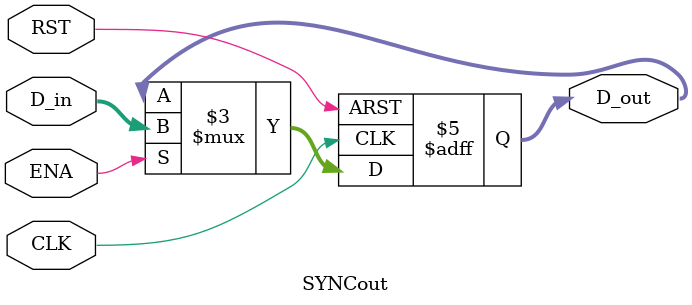
<source format=v>
module SYNCout #(parameter N=14)(
input CLK,
input RST,
input ENA,
input [N:1] D_in,
output reg [N:1] D_out);

always @(posedge CLK, negedge RST)
if (!RST) D_out <= 14'B10000001000000;
	else
		if (ENA)
			D_out <= D_in;
endmodule 

</source>
